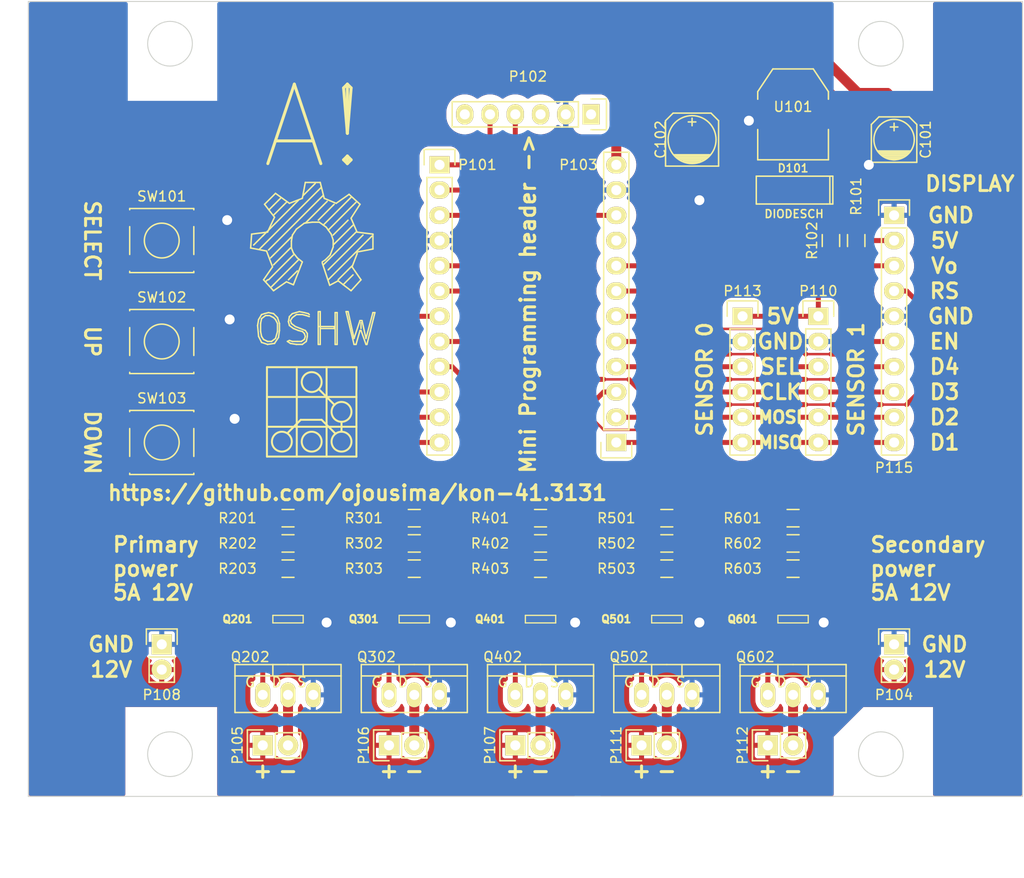
<source format=kicad_pcb>
(kicad_pcb (version 20221018) (generator pcbnew)
  (layers (0 "F.Cu" signal) (31 "B.Cu" signal) (34 "B.Paste" user) (35 "F.Paste" user) (36 "B.SilkS" user "B.Silkscreen") (37 "F.SilkS" user "F.Silkscreen") (38 "B.Mask" user) (39 "F.Mask" user) (44 "Edge.Cuts" user))
  (net 0 "")
  (net 1 "/TXO")
  (net 2 "/RXI")
  (net 3 "/PWM0/INV_PWM")
  (net 4 "/PWM1/INV_PWM")
  (net 5 "/PWM2/INV_PWM")
  (net 6 "/MOSI")
  (net 7 "/MISO")
  (net 8 "/SCLK")
  (net 9 "/SEL0")
  (net 10 "/SEL1")
  (net 11 "/SEL2")
  (net 12 "/PWM0/12V")
  (net 13 "/PWM0/Drain")
  (net 14 "/PWM1/Drain")
  (net 15 "/PWM2/Drain")
  (net 16 "/5V")
  (net 17 "Net-(Q201-Pad2)")
  (net 18 "Net-(Q201-Pad3)")
  (net 19 "Net-(Q301-Pad2)")
  (net 20 "Net-(Q301-Pad3)")
  (net 21 "Net-(Q401-Pad2)")
  (net 22 "Net-(Q401-Pad3)")
  (net 23 "/RS")
  (net 24 "/BT0")
  (net 25 "/PWM3/INV_PWM")
  (net 26 "/BT1")
  (net 27 "/BT2")
  (net 28 "Net-(P102-Pad1)")
  (net 29 "/Vcc")
  (net 30 "/DTR")
  (net 31 "/PWM4/INV_PWM")
  (net 32 "/PWM3/Drain")
  (net 33 "/PWM4/Drain")
  (net 34 "/Vo")
  (net 35 "Net-(Q501-Pad2)")
  (net 36 "Net-(Q501-Pad3)")
  (net 37 "Net-(Q601-Pad2)")
  (net 38 "Net-(Q601-Pad3)")
  (net 39 "/RESET")
  (net 40 "GND")
  (net 41 "/D4")
  (net 42 "/3V3")
  (net 43 "/PWM3/12V")
  (footprint "Pin_Headers:Pin_Header_Straight_1x06" (layer "F.Cu") (at 101.6 86.36 -90)
    (fp_text reference "P102")
    (fp_text value "CONN_01X06")
  )
  (footprint "Pin_Headers:Pin_Header_Straight_1x02" (layer "F.Cu") (at 119.38 149.86 90)
    (fp_text reference "P112")
    (fp_text value "CONN_01X02")
  )
  (footprint "Pin_Headers:Pin_Header_Straight_1x06" (layer "F.Cu") (at 116.84 106.68)
    (fp_text reference "P113")
    (fp_text value "CONN_01X06")
  )
  (footprint "Pin_Headers:Pin_Header_Straight_1x10" (layer "F.Cu") (at 132.08 96.52)
    (fp_text reference "P115")
    (fp_text value "CONN_01X10")
  )
  (footprint "smd_packages_fork:SOT23EBC" (layer "F.Cu") (at 109.22 137.16 180)
    (fp_text reference "Q501")
    (fp_text value "BC850" hide)
  )
  (footprint "Transistors_TO-220:TO-220_FET-GDS_Vertical" (layer "F.Cu") (at 109.22 144.78)
    (fp_text reference "Q502")
    (fp_text value "IRF530N")
  )
  (footprint "smd_packages_fork:SOT23EBC" (layer "F.Cu") (at 121.92 137.16 180)
    (fp_text reference "Q601")
    (fp_text value "BC850" hide)
  )
  (footprint "Resistors_SMD:R_0805_HandSoldering" (layer "F.Cu") (at 125.73 99.06 -90)
    (fp_text reference "R101")
    (fp_text value "R")
  )
  (footprint "Resistors_SMD:R_0805_HandSoldering" (layer "F.Cu") (at 128.27 99.06 90)
    (fp_text reference "R102")
    (fp_text value "R")
  )
  (footprint "Resistors_SMD:R_0805_HandSoldering" (layer "F.Cu") (at 109.22 129.54)
    (fp_text reference "R502")
    (fp_text value "1k")
  )
  (footprint "Resistors_SMD:R_0805_HandSoldering" (layer "F.Cu") (at 109.22 132.08)
    (fp_text reference "R503")
    (fp_text value "10k")
  )
  (footprint "Resistors_SMD:R_0805_HandSoldering" (layer "F.Cu") (at 121.92 127)
    (fp_text reference "R601")
    (fp_text value "10k")
  )
  (footprint "Resistors_SMD:R_0805_HandSoldering" (layer "F.Cu") (at 121.92 129.54)
    (fp_text reference "R602")
    (fp_text value "1k")
  )
  (footprint "Resistors_SMD:R_0805_HandSoldering" (layer "F.Cu") (at 121.92 132.08)
    (fp_text reference "R603")
    (fp_text value "10k")
  )
  (footprint "SMD_Switches:SW_SPST_PTS645" (layer "F.Cu") (at 58.42 99.06)
    (fp_text reference "SW101")
    (fp_text value "SPST")
  )
  (footprint "SMD_Switches:SW_SPST_PTS645" (layer "F.Cu") (at 58.42 109.22)
    (fp_text reference "SW102")
    (fp_text value "SPST")
  )
  (footprint "SMD_Switches:SW_SPST_PTS645" (layer "F.Cu") (at 58.42 119.38)
    (fp_text reference "SW103")
    (fp_text value "SPST")
  )
  (footprint "Pin_Headers:Pin_Header_Straight_1x12" (layer "F.Cu") (at 86.36 91.44)
    (fp_text reference "P101")
    (fp_text value "CONN_01X12")
  )
  (footprint "Pin_Headers:Pin_Header_Straight_1x12" (layer "F.Cu") (at 104.14 119.38 180)
    (fp_text reference "P103")
    (fp_text value "CONN_01X12")
  )
  (footprint "Pin_Headers:Pin_Header_Straight_1x02" (layer "F.Cu") (at 68.58 149.86 90)
    (fp_text reference "P105")
    (fp_text value "CONN_01X02")
  )
  (footprint "Pin_Headers:Pin_Header_Straight_1x02" (layer "F.Cu") (at 81.28 149.86 90)
    (fp_text reference "P106")
    (fp_text value "CONN_01X02")
  )
  (footprint "Pin_Headers:Pin_Header_Straight_1x02" (layer "F.Cu") (at 93.98 149.86 90)
    (fp_text reference "P107")
    (fp_text value "CONN_01X02")
  )
  (footprint "Pin_Headers:Pin_Header_Straight_1x06" (layer "F.Cu") (at 124.46 106.68)
    (fp_text reference "P110")
    (fp_text value "CONN_01X06")
  )
  (footprint "smd_packages_fork:SOT23EBC" (layer "F.Cu") (at 71.12 137.16 180)
    (fp_text reference "Q201")
    (fp_text value "BC850" hide)
  )
  (footprint "Transistors_TO-220:TO-220_FET-GDS_Vertical" (layer "F.Cu") (at 71.12 144.78)
    (fp_text reference "Q202")
    (fp_text value "IRF530N")
  )
  (footprint "smd_packages_fork:SOT23EBC" (layer "F.Cu") (at 83.82 137.16 180)
    (fp_text reference "Q301")
    (fp_text value "BC850" hide)
  )
  (footprint "smd_packages_fork:SOT23EBC" (layer "F.Cu") (at 96.52 137.16 180)
    (fp_text reference "Q401")
    (fp_text value "BC850" hide)
  )
  (footprint "Transistors_TO-220:TO-220_FET-GDS_Vertical" (layer "F.Cu") (at 96.52 144.78)
    (fp_text reference "Q402")
    (fp_text value "IRF530N")
  )
  (footprint "Resistors_SMD:R_0805_HandSoldering" (layer "F.Cu") (at 71.12 127)
    (fp_text reference "R201")
    (fp_text value "10k")
  )
  (footprint "Resistors_SMD:R_0805_HandSoldering" (layer "F.Cu") (at 71.12 129.54)
    (fp_text reference "R202")
    (fp_text value "1k")
  )
  (footprint "Resistors_SMD:R_0805_HandSoldering" (layer "F.Cu") (at 71.12 132.08)
    (fp_text reference "R203")
    (fp_text value "10k")
  )
  (footprint "Resistors_SMD:R_0805_HandSoldering" (layer "F.Cu") (at 83.82 127)
    (fp_text reference "R301")
    (fp_text value "10k")
  )
  (footprint "Resistors_SMD:R_0805_HandSoldering" (layer "F.Cu") (at 83.82 129.54)
    (fp_text reference "R302")
    (fp_text value "1k")
  )
  (footprint "Resistors_SMD:R_0805_HandSoldering" (layer "F.Cu") (at 83.82 132.08)
    (fp_text reference "R303")
    (fp_text value "10k")
  )
  (footprint "Resistors_SMD:R_0805_HandSoldering" (layer "F.Cu") (at 96.52 127)
    (fp_text reference "R401")
    (fp_text value "10k")
  )
  (footprint "Resistors_SMD:R_0805_HandSoldering" (layer "F.Cu") (at 96.52 129.54)
    (fp_text reference "R402")
    (fp_text value "1k")
  )
  (footprint "Resistors_SMD:R_0805_HandSoldering" (layer "F.Cu") (at 96.52 132.08)
    (fp_text reference "R403")
    (fp_text value "10k")
  )
  (footprint "Pin_Headers:Pin_Header_Straight_1x02" (layer "F.Cu") (at 58.42 139.7)
    (fp_text reference "P108")
    (fp_text value "CONN_01X02")
  )
  (footprint "Pin_Headers:Pin_Header_Straight_1x02" (layer "F.Cu") (at 106.68 149.86 90)
    (fp_text reference "P111")
    (fp_text value "CONN_01X02")
  )
  (footprint "Resistors_SMD:R_0805_HandSoldering" (layer "F.Cu") (at 109.22 127)
    (fp_text reference "R501")
    (fp_text value "10k")
  )
  (footprint "Transistors_TO-220:TO-220_FET-GDS_Vertical" (layer "F.Cu") (at 121.92 144.78)
    (fp_text reference "Q602")
    (fp_text value "IRF530N")
  )
  (footprint "Transistors_TO-220:TO-220_FET-GDS_Vertical" (layer "F.Cu") (at 83.82 144.78)
    (fp_text reference "Q302")
    (fp_text value "IRF530N")
  )
  (footprint "SMD_Capacitors:c_elec_4x5.3" (layer "F.Cu") (at 132.08 88.9 90)
    (fp_text reference "C101")
    (fp_text value "10u")
  )
  (footprint "Pin_Headers:Pin_Header_Straight_1x02" (layer "F.Cu") (at 132.08 139.7)
    (fp_text reference "P104")
    (fp_text value "CONN_01X02")
  )
  (footprint "SMD_Packages:SOT-223" (layer "F.Cu") (at 121.92 86.36)
    (fp_text reference "U101")
    (fp_text value "LD1117S50TR")
  )
  (footprint "smd_diodes:SMA_WAVE" (layer "F.Cu") (at 121.92 93.98)
    (fp_text reference "D101")
    (fp_text value "DIODESCH")
  )
  (footprint "Symbols:Symbol_OSHW-Logo_SilkScreen_BIG" (layer "F.Cu") (at 73.66 80.01)
    (fp_text reference "LOGO101" hide)
    (fp_text value "OPEN_HARDWARE_2")
  )
  (footprint "SMD_Capacitors:c_elec_5x5.8" (layer "F.Cu") (at 111.76 88.9 90)
    (fp_text reference "C102")
    (fp_text value "100u")
  )
  (gr_line (start 78 111.8) (end 78 120.8) (stroke (width 0.2)) (layer "F.SilkS"))
  (gr_circle (center 76.5 116.3) (end 77.5 116.3) (stroke (width 0.2)) (fill none) (layer "F.SilkS"))
  (gr_circle (center 70.5 119.3) (end 71.5 119.3) (stroke (width 0.2)) (fill none) (layer "F.SilkS"))
  (gr_line (start 78 120.8) (end 69 120.8) (stroke (width 0.2)) (layer "F.SilkS"))
  (gr_line (start 76.5 118.3) (end 76.5 117.3) (stroke (width 0.2)) (layer "F.SilkS"))
  (gr_line (start 69 120.8) (end 69 111.8) (stroke (width 0.2)) (layer "F.SilkS"))
  (gr_line (start 69 111.8) (end 78 111.8) (stroke (width 0.2)) (layer "F.SilkS"))
  (gr_line (start 69 117.8) (end 78 117.8) (stroke (width 0.2)) (layer "F.SilkS"))
  (gr_circle (center 73.5 113.3) (end 74.5 113.3) (stroke (width 0.2)) (fill none) (layer "F.SilkS"))
  (gr_circle (center 73.5 119.3) (end 74.5 119.3) (stroke (width 0.2)) (fill none) (layer "F.SilkS"))
  (gr_line (start 72.4 117.1) (end 74.5 117.1) (stroke (width 0.2)) (layer "F.SilkS"))
  (gr_line (start 74.2 114) (end 75.8 115.6) (stroke (width 0.2)) (layer "F.SilkS"))
  (gr_line (start 69 114.8) (end 78 114.8) (stroke (width 0.2)) (layer "F.SilkS"))
  (gr_line (start 74.5 117.1) (end 75.9 118.5) (stroke (width 0.2)) (layer "F.SilkS"))
  (gr_circle (center 76.5 119.3) (end 77.5 119.3) (stroke (width 0.2)) (fill none) (layer "F.SilkS"))
  (gr_line (start 71.1 118.4) (end 72.4 117.1) (stroke (width 0.2)) (layer "F.SilkS"))
  (gr_line (start 75 111.8) (end 75 120.8) (stroke (width 0.2)) (layer "F.SilkS"))
  (gr_line (start 72 111.8) (end 72 120.8) (stroke (width 0.2)) (layer "F.SilkS"))
  (gr_line (start 50 75) (end 45 75) (stroke (width 0.1)) (layer "Edge.Cuts"))
  (gr_circle (center 59.25 79.25) (end 61.5 79.25) (stroke (width 0.1)) (fill none) (layer "Edge.Cuts"))
  (gr_line (start 45 75) (end 45 155) (stroke (width 0.1)) (layer "Edge.Cuts"))
  (gr_line (start 45 155) (end 145 155) (stroke (width 0.1)) (layer "Edge.Cuts"))
  (gr_line (start 145 155) (end 145 75) (stroke (width 0.1)) (layer "Edge.Cuts"))
  (gr_circle (center 130.75 150.75) (end 133 150.75) (stroke (width 0.1)) (fill none) (layer "Edge.Cuts"))
  (gr_circle (center 59.25 150.75) (end 61.5 150.75) (stroke (width 0.1)) (fill none) (layer "Edge.Cuts"))
  (gr_line (start 145 75) (end 50 75) (stroke (width 0.1)) (layer "Edge.Cuts"))
  (gr_circle (center 130.75 79.25) (end 128.5 79.25) (stroke (width 0.1)) (fill none) (layer "Edge.Cuts"))
  (gr_text "-" (at 109.22 152.4) (layer "F.SilkS") (effects (font (size 1.5 1.5) (thickness 0.3))))
  (gr_text "+" (at 106.68 152.4) (layer "F.SilkS") (effects (font (size 1.5 1.5) (thickness 0.3))))
  (gr_text "+" (at 81.28 152.4) (layer "F.SilkS") (effects (font (size 1.5 1.5) (thickness 0.3))))
  (gr_text "-" (at 83.82 152.4) (layer "F.SilkS") (effects (font (size 1.5 1.5) (thickness 0.3))))
  (gr_text "-" (at 96.52 152.4) (layer "F.SilkS") (effects (font (size 1.5 1.5) (thickness 0.3))))
  (gr_text "+" (at 93.98 152.4) (layer "F.SilkS") (effects (font (size 1.5 1.5) (thickness 0.3))))
  (gr_text "-" (at 71.12 152.4) (layer "F.SilkS") (effects (font (size 1.5 1.5) (thickness 0.3))))
  (gr_text "+" (at 68.58 152.4) (layer "F.SilkS") (effects (font (size 1.5 1.5) (thickness 0.3))))
  (gr_text "SENSOR 1" (at 128.27 113.03 90) (layer "F.SilkS") (effects (font (size 1.5 1.5) (thickness 0.3))))
  (gr_text "Mini Programming header ->" (at 95.25 105.41 90) (layer "F.SilkS") (effects (font (size 1.5 1.5) (thickness 0.3))))
  (gr_text "GND" (at 137.16 139.7) (layer "F.SilkS") (effects (font (size 1.5 1.5) (thickness 0.3))))
  (gr_text "DISPLAY" (at 139.7 93.345) (layer "F.SilkS") (effects (font (size 1.5 1.5) (thickness 0.3))))
  (gr_text "12V" (at 137.16 142.24) (layer "F.SilkS") (effects (font (size 1.5 1.5) (thickness 0.3))))
  (gr_text "MISO" (at 120.65 119.38) (layer "F.SilkS") (effects (font (size 1.2 1.2) (thickness 0.3))))
  (gr_text "D4" (at 137.16 111.76) (layer "F.SilkS") (effects (font (size 1.5 1.5) (thickness 0.3))))
  (gr_text "D3" (at 137.16 114.3) (layer "F.SilkS") (effects (font (size 1.5 1.5) (thickness 0.3))))
  (gr_text "GND" (at 120.65 109.22) (layer "F.SilkS") (effects (font (size 1.5 1.5) (thickness 0.3))))
  (gr_text "SENSOR 0" (at 113.03 113.03 90) (layer "F.SilkS") (effects (font (size 1.5 1.5) (thickness 0.3))))
  (gr_text "GND" (at 137.795 106.68) (layer "F.SilkS") (effects (font (size 1.5 1.5) (thickness 0.3))))
  (gr_text "5V" (at 137.16 99.06) (layer "F.SilkS") (effects (font (size 1.5 1.5) (thickness 0.3))))
  (gr_text "D1" (at 137.16 119.38) (layer "F.SilkS") (effects (font (size 1.5 1.5) (thickness 0.3))))
  (gr_text "SEL" (at 120.65 111.76) (layer "F.SilkS") (effects (font (size 1.5 1.5) (thickness 0.3))))
  (gr_text "GND" (at 53.34 139.7) (layer "F.SilkS") (effects (font (size 1.5 1.5) (thickness 0.3))))
  (gr_text "GND" (at 137.795 96.52) (layer "F.SilkS") (effects (font (size 1.5 1.5) (thickness 0.3))))
  (gr_text "https://github.com/ojousima/kon-41.3131" (at 78.105 124.46) (layer "F.SilkS") (effects (font (size 1.5 1.5) (thickness 0.3))))
  (gr_text "RS" (at 137.16 104.14) (layer "F.SilkS") (effects (font (size 1.5 1.5) (thickness 0.3))))
  (gr_text "EN" (at 137.16 109.22) (layer "F.SilkS") (effects (font (size 1.5 1.5) (thickness 0.3))))
  (gr_text "12V" (at 53.34 142.24) (layer "F.SilkS") (effects (font (size 1.5 1.5) (thickness 0.3))))
  (gr_text "A!" (at 73.66 87.63) (layer "F.SilkS") (effects (font (size 8 8) (thickness 0.3))))
  (gr_text "D2" (at 137.16 116.84) (layer "F.SilkS") (effects (font (size 1.5 1.5) (thickness 0.3))))
  (gr_text "SELECT" (at 51.435 99.06 270) (layer "F.SilkS") (effects (font (size 1.5 1.5) (thickness 0.3))))
  (gr_text "Vo" (at 137.16 101.6) (layer "F.SilkS") (effects (font (size 1.5 1.5) (thickness 0.3))))
  (gr_text "-" (at 121.92 152.4) (layer "F.SilkS") (effects (font (size 1.5 1.5) (thickness 0.3))))
  (gr_text "5V" (at 120.65 106.68) (layer "F.SilkS") (effects (font (size 1.5 1.5) (thickness 0.3))))
  (gr_text "UP" (at 51.435 109.22 270) (layer "F.SilkS") (effects (font (size 1.5 1.5) (thickness 0.3))))
  (gr_text "DOWN" (at 51.435 119.38 270) (layer "F.SilkS") (effects (font (size 1.5 1.5) (thickness 0.3))))
  (gr_text "Secondary \npower\n5A 12V" (at 129.54 132.08) (layer "F.SilkS") (effects (font (size 1.5 1.5) (thickness 0.3)) (justify left)))
  (gr_text "CLK" (at 120.65 114.3) (layer "F.SilkS") (effects (font (size 1.5 1.5) (thickness 0.3))))
  (gr_text "Primary \npower \n5A 12V" (at 53.34 132.08) (layer "F.SilkS") (effects (font (size 1.5 1.5) (thickness 0.3)) (justify left)))
  (gr_text "+" (at 119.38 152.4) (layer "F.SilkS") (effects (font (size 1.5 1.5) (thickness 0.3))))
  (gr_text "MOSI" (at 120.65 116.84) (layer "F.SilkS") (effects (font (size 1.2 1.2) (thickness 0.3))))
  (segment (start 89.81 91.44) (end 91.44 89.81) (width 0.5) (layer "F.Cu") (net 1))
  (segment (start 91.44 89.81) (end 91.44 86.36) (width 0.5) (layer "F.Cu") (net 1))
  (segment (start 86.36 91.44) (end 89.81 91.44) (width 0.5) (layer "F.Cu") (net 1))
  (segment (start 90.52 93.98) (end 93.98 90.52) (width 0.5) (layer "F.Cu") (net 2))
  (segment (start 93.98 90.52) (end 93.98 86.36) (width 0.5) (layer "F.Cu") (net 2))
  (segment (start 86.36 93.98) (end 90.52 93.98) (width 0.5) (layer "F.Cu") (net 2))
  (segment (start 74.93 127) (end 82.55 119.38) (width 0.5) (layer "F.Cu") (net 3))
  (segment (start 82.55 119.38) (end 86.36 119.38) (width 0.5) (layer "F.Cu") (net 3))
  (segment (start 72.47 127) (end 72.47 129.54) (width 0.25) (layer "F.Cu") (net 3))
  (segment (start 72.47 127) (end 74.93 127) (width 0.5) (layer "F.Cu") (net 3))
  (segment (start 85.17 127) (end 85.17 129.54) (width 0.25) (layer "F.Cu") (net 4))
  (segment (start 87.63 111.76) (end 88.9 113.03) (width 0.5) (layer "F.Cu") (net 4))
  (segment (start 88.9 113.03) (end 88.9 125.73) (width 0.5) (layer "F.Cu") (net 4))
  (segment (start 88.9 125.73) (end 87.63 127) (width 0.5) (layer "F.Cu") (net 4))
  (segment (start 87.63 127) (end 85.17 127) (width 0.5) (layer "F.Cu") (net 4))
  (segment (start 86.36 111.76) (end 87.63 111.76) (width 0.5) (layer "F.Cu") (net 4))
  (segment (start 97.87 127) (end 97.87 129.54) (width 0.25) (layer "F.Cu") (net 5))
  (segment (start 90.17 109.22) (end 97.87 116.92) (width 0.5) (layer "F.Cu") (net 5))
  (segment (start 97.87 116.92) (end 97.87 127) (width 0.5) (layer "F.Cu") (net 5))
  (segment (start 86.36 109.22) (end 90.17 109.22) (width 0.5) (layer "F.Cu") (net 5))
  (segment (start 124.46 116.84) (end 132.08 116.84) (width 0.5) (layer "F.Cu") (net 6))
  (segment (start 116.84 116.84) (end 124.46 116.84) (width 0.5) (layer "F.Cu") (net 6))
  (segment (start 104.14 116.84) (end 116.84 116.84) (width 0.5) (layer "F.Cu") (net 6))
  (segment (start 102.87 114.3) (end 101.6 115.57) (width 0.5) (layer "F.Cu") (net 7))
  (segment (start 101.6 115.57) (end 101.6 116.84) (width 0.5) (layer "F.Cu") (net 7))
  (segment (start 102.87 118.11) (end 106.68 118.11) (width 0.25) (layer "F.Cu") (net 7))
  (segment (start 111.76 118.11) (end 113.03 119.38) (width 0.5) (layer "F.Cu") (net 7))
  (segment (start 113.03 119.38) (end 116.84 119.38) (width 0.5) (layer "F.Cu") (net 7))
  (segment (start 116.84 119.38) (end 124.46 119.38) (width 0.5) (layer "F.Cu") (net 7))
  (segment (start 124.46 119.38) (end 132.08 119.38) (width 0.5) (layer "F.Cu") (net 7))
  (segment (start 101.6 116.84) (end 102.87 118.11) (width 0.25) (layer "F.Cu") (net 7))
  (segment (start 106.68 118.11) (end 111.76 118.11) (width 0.5) (layer "F.Cu") (net 7))
  (segment (start 104.14 114.3) (end 102.87 114.3) (width 0.5) (layer "F.Cu") (net 7))
  (segment (start 107.95 111.76) (end 110.49 114.3) (width 0.5) (layer "F.Cu") (net 8))
  (segment (start 110.49 114.3) (end 116.84 114.3) (width 0.5) (layer "F.Cu") (net 8))
  (segment (start 124.46 114.3) (end 132.08 114.3) (width 0.5) (layer "F.Cu") (net 8))
  (segment (start 104.14 111.76) (end 107.95 111.76) (width 0.5) (layer "F.Cu") (net 8))
  (segment (start 116.84 114.3) (end 124.46 114.3) (width 0.5) (layer "F.Cu") (net 8))
  (segment (start 107.95 106.68) (end 113.03 111.76) (width 0.5) (layer "F.Cu") (net 9))
  (segment (start 113.03 111.76) (end 116.84 111.76) (width 0.5) (layer "F.Cu") (net 9))
  (segment (start 104.14 106.68) (end 107.95 106.68) (width 0.5) (layer "F.Cu") (net 9))
  (segment (start 107.95 104.14) (end 114.3 110.49) (width 0.5) (layer "F.Cu") (net 10))
  (segment (start 120.65 110.49) (end 121.92 111.76) (width 0.5) (layer "F.Cu") (net 10))
  (segment (start 121.92 111.76) (end 124.46 111.76) (width 0.5) (layer "F.Cu") (net 10))
  (segment (start 118.11 110.49) (end 120.65 110.49) (width 0.5) (layer "F.Cu") (net 10))
  (segment (start 104.14 104.14) (end 107.95 104.14) (width 0.5) (layer "F.Cu") (net 10))
  (segment (start 118.11 110.49) (end 115.57 110.49) (width 0.25) (layer "F.Cu") (net 10))
  (segment (start 115.57 110.49) (end 114.3 110.49) (width 0.5) (layer "F.Cu") (net 10))
  (segment (start 107.95 101.6) (end 114.3 107.95) (width 0.5) (layer "F.Cu") (net 11))
  (segment (start 120.65 107.95) (end 123.19 110.49) (width 0.5) (layer "F.Cu") (net 11))
  (segment (start 127 110.49) (end 128.27 109.22) (width 0.5) (layer "F.Cu") (net 11))
  (segment (start 128.27 109.22) (end 132.08 109.22) (width 0.5) (layer "F.Cu") (net 11))
  (segment (start 125.73 110.49) (end 123.19 110.49) (width 0.25) (layer "F.Cu") (net 11))
  (segment (start 119.38 107.95) (end 114.3 107.95) (width 0.25) (layer "F.Cu") (net 11))
  (segment (start 104.14 101.6) (end 107.95 101.6) (width 0.5) (layer "F.Cu") (net 11))
  (segment (start 119.38 107.95) (end 120.65 107.95) (width 0.5) (layer "F.Cu") (net 11))
  (segment (start 125.73 110.49) (end 127 110.49) (width 0.5) (layer "F.Cu") (net 11))
  (segment (start 51.14 142.24) (end 49.5 140.6) (width 1) (layer "F.Cu") (net 12))
  (segment (start 49.5 140.6) (end 49.5 92.4) (width 1) (layer "F.Cu") (net 12))
  (segment (start 49.5 92.4) (end 54.9 87) (width 1) (layer "F.Cu") (net 12))
  (segment (start 54.9 87) (end 66.5 87) (width 1) (layer "F.Cu") (net 12))
  (segment (start 66.5 87) (end 74.2 79.3) (width 1) (layer "F.Cu") (net 12))
  (segment (start 129.2 84.2) (end 131.4 84.2) (width 1) (layer "F.Cu") (net 12))
  (segment (start 131.4 84.2) (end 132.08 84.88) (width 1) (layer "F.Cu") (net 12))
  (segment (start 132.08 87.09914) (end 132.08 84.88) (width 1) (layer "F.Cu") (net 12))
  (segment (start 128.45 84.2) (end 123.55 79.3) (width 1) (layer "F.Cu") (net 12))
  (segment (start 123.55 79.3) (end 123.5 79.25) (width 1) (layer "F.Cu") (net 12))
  (segment (start 123.5 79.25) (end 123.5 79.3) (width 1) (layer "F.Cu") (net 12))
  (segment (start 74.25 79.25) (end 74.2 79.3) (width 1) (layer "F.Cu") (net 12))
  (segment (start 128.90086 87.09914) (end 127.5 88.5) (width 1) (layer "F.Cu") (net 12))
  (segment (start 127.5 88.5) (end 127.5 93.5) (width 1) (layer "F.Cu") (net 12))
  (segment (start 127.5 93.5) (end 127.02 93.98) (width 1) (layer "F.Cu") (net 12))
  (segment (start 127.02 93.98) (end 123.92 93.98) (width 1) (layer "F.Cu") (net 12))
  (segment (start 123.92 89.948) (end 124.206 89.662) (width 1) (layer "F.Cu") (net 12))
  (segment (start 51.14 142.24) (end 58.42 142.24) (width 1) (layer "F.Cu") (net 12))
  (segment (start 123.92 93.98) (end 123.92 89.948) (width 1) (layer "F.Cu") (net 12))
  (segment (start 132.08 87.09914) (end 128.90086 87.09914) (width 1) (layer "F.Cu") (net 12))
  (segment (start 123.5 79.25) (end 74.25 79.25) (width 1) (layer "F.Cu") (net 12))
  (segment (start 129.2 84.2) (end 128.45 84.2) (width 1) (layer "F.Cu") (net 12))
  (segment (start 71.12 144.78) (end 71.12 149.86) (width 1) (layer "F.Cu") (net 13))
  (segment (start 83.82 144.78) (end 83.82 149.86) (width 1) (layer "F.Cu") (net 14))
  (segment (start 96.52 144.78) (end 96.52 149.86) (width 1) (layer "F.Cu") (net 15))
  (segment (start 114.59914 87.09914) (end 116 88.5) (width 1) (layer "F.Cu") (net 16))
  (segment (start 116 88.5) (end 116 93.25) (width 1) (layer "F.Cu") (net 16))
  (segment (start 116 93.25) (end 116.73 93.98) (width 1) (layer "F.Cu") (net 16))
  (segment (start 116.73 93.98) (end 119.92 93.98) (width 1) (layer "F.Cu") (net 16))
  (segment (start 121.92 90.33) (end 120.5 91.75) (width 1) (layer "F.Cu") (net 16))
  (segment (start 120.5 91.75) (end 120.5 93.4) (width 1) (layer "F.Cu") (net 16))
  (segment (start 120.5 93.4) (end 119.92 93.98) (width 1) (layer "F.Cu") (net 16))
  (segment (start 105.90086 87.09914) (end 104.14 88.86) (width 1) (layer "F.Cu") (net 16))
  (segment (start 104.14 88.86) (end 104.14 91.44) (width 1) (layer "F.Cu") (net 16))
  (segment (start 124.46 100.29) (end 124.46 100.3) (width 0.5) (layer "F.Cu") (net 16))
  (segment (start 119.92 102.17) (end 121.5 103.75) (width 0.5) (layer "F.Cu") (net 16))
  (segment (start 121.5 103.75) (end 124.46 103.75) (width 0.5) (layer "F.Cu") (net 16))
  (segment (start 124.46 103.75) (end 124.46 106.68) (width 0.5) (layer "F.Cu") (net 16))
  (segment (start 124.46 100.3) (end 124.46 103.75) (width 0.5) (layer "F.Cu") (net 16))
  (segment (start 124.46 98.04) (end 124.79 97.71) (width 0.5) (layer "F.Cu") (net 16))
  (segment (start 124.79 97.71) (end 125.73 97.71) (width 0.5) (layer "F.Cu") (net 16))
  (segment (start 125.8 99.06) (end 125.69 99.06) (width 0.5) (layer "F.Cu") (net 16))
  (segment (start 124.46 99.06) (end 124.4 99) (width 0.5) (layer "F.Cu") (net 16))
  (segment (start 124.4 99) (end 124.46 99) (width 0.5) (layer "F.Cu") (net 16))
  (segment (start 124.46 99) (end 124.46 98.04) (width 0.5) (layer "F.Cu") (net 16))
  (segment (start 124.46 100.3) (end 124.46 99) (width 0.5) (layer "F.Cu") (net 16))
  (segment (start 116.84 106.68) (end 124.46 106.68) (width 0.5) (layer "F.Cu") (net 16))
  (segment (start 125.8 99.06) (end 124.46 99.06) (width 0.5) (layer "F.Cu") (net 16))
  (segment (start 111.76 87.09914) (end 105.90086 87.09914) (width 1) (layer "F.Cu") (net 16))
  (segment (start 111.76 87.09914) (end 114.59914 87.09914) (width 1) (layer "F.Cu") (net 16))
  (segment (start 121.92 89.662) (end 121.92 90.33) (width 1) (layer "F.Cu") (net 16))
  (segment (start 132.08 99.06) (end 125.8 99.06) (width 0.5) (layer "F.Cu") (net 16))
  (segment (start 119.92 93.98) (end 119.92 102.17) (width 0.5) (layer "F.Cu") (net 16))
  (segment (start 69.176 138.176) (end 68.8 137.8) (width 0.5) (layer "F.Cu") (net 17))
  (segment (start 68.8 137.8) (end 68.8 135.5) (width 0.5) (layer "F.Cu") (net 17))
  (segment (start 68.8 135.5) (end 71.2 133.1) (width 0.5) (layer "F.Cu") (net 17))
  (segment (start 71.2 133.1) (end 71.2 129.8) (width 0.5) (layer "F.Cu") (net 17))
  (segment (start 71.2 129.8) (end 70.94 129.54) (width 0.5) (layer "F.Cu") (net 17))
  (segment (start 70.94 129.54) (end 69.77 129.54) (width 0.5) (layer "F.Cu") (net 17))
  (segment (start 70.231 138.176) (end 69.176 138.176) (width 0.5) (layer "F.Cu") (net 17))
  (segment (start 72.47 133.23) (end 71.12 134.58) (width 0.5) (layer "F.Cu") (net 18))
  (segment (start 71.12 134.58) (end 71.12 136.144) (width 0.5) (layer "F.Cu") (net 18))
  (segment (start 72.856 136.144) (end 74 135) (width 0.5) (layer "F.Cu") (net 18))
  (segment (start 74 135) (end 75.4 135) (width 0.5) (layer "F.Cu") (net 18))
  (segment (start 75.4 135) (end 77 136.6) (width 0.5) (layer "F.Cu") (net 18))
  (segment (start 77 136.6) (end 77 138.8) (width 0.5) (layer "F.Cu") (net 18))
  (segment (start 77 138.8) (end 75.4 140.4) (width 0.5) (layer "F.Cu") (net 18))
  (segment (start 75.4 140.4) (end 70.1 140.4) (width 0.5) (layer "F.Cu") (net 18))
  (segment (start 70.1 140.4) (end 68.58 141.92) (width 0.5) (layer "F.Cu") (net 18))
  (segment (start 68.58 141.92) (end 68.58 144.78) (width 0.5) (layer "F.Cu") (net 18))
  (segment (start 72.47 132.08) (end 72.47 133.23) (width 0.5) (layer "F.Cu") (net 18))
  (segment (start 71.12 136.144) (end 72.856 136.144) (width 0.5) (layer "F.Cu") (net 18))
  (segment (start 82.931 138.176) (end 81.876 138.176) (width 0.5) (layer "F.Cu") (net 19))
  (segment (start 83.64 129.54) (end 82.47 129.54) (width 0.5) (layer "F.Cu") (net 19))
  (segment (start 83.9 129.8) (end 83.64 129.54) (width 0.5) (layer "F.Cu") (net 19))
  (segment (start 83.9 133.1) (end 83.9 129.8) (width 0.5) (layer "F.Cu") (net 19))
  (segment (start 81.5 135.5) (end 83.9 133.1) (width 0.5) (layer "F.Cu") (net 19))
  (segment (start 81.5 137.8) (end 81.5 135.5) (width 0.5) (layer "F.Cu") (net 19))
  (segment (start 81.876 138.176) (end 81.5 137.8) (width 0.5) (layer "F.Cu") (net 19))
  (segment (start 85.17 132.08) (end 85.17 133.23) (width 0.5) (layer "F.Cu") (net 20))
  (segment (start 83.82 134.58) (end 83.82 136.144) (width 0.5) (layer "F.Cu") (net 20))
  (segment (start 85.17 133.23) (end 83.82 134.58) (width 0.5) (layer "F.Cu") (net 20))
  (segment (start 85.456 136.144) (end 86.1 135.5) (width 0.5) (layer "F.Cu") (net 20))
  (segment (start 86.1 135.5) (end 88.5 135.5) (width 0.5) (layer "F.Cu") (net 20))
  (segment (start 88.5 135.5) (end 89.4 136.4) (width 0.5) (layer "F.Cu") (net 20))
  (segment (start 89.4 136.4) (end 89.4 138.4) (width 0.5) (layer "F.Cu") (net 20))
  (segment (start 89.4 138.4) (end 87.5 140.3) (width 0.5) (layer "F.Cu") (net 20))
  (segment (start 87.5 140.3) (end 82.9 140.3) (width 0.5) (layer "F.Cu") (net 20))
  (segment (start 82.9 140.3) (end 81.28 141.92) (width 0.5) (layer "F.Cu") (net 20))
  (segment (start 81.28 141.92) (end 81.28 144.78) (width 0.5) (layer "F.Cu") (net 20))
  (segment (start 83.82 136.144) (end 85.456 136.144) (width 0.5) (layer "F.Cu") (net 20))
  (segment (start 94.576 138.176) (end 94.2 137.8) (width 0.5) (layer "F.Cu") (net 21))
  (segment (start 94.2 137.8) (end 94.2 135.5) (width 0.5) (layer "F.Cu") (net 21))
  (segment (start 94.2 135.5) (end 96.6 133.1) (width 0.5) (layer "F.Cu") (net 21))
  (segment (start 96.6 133.1) (end 96.6 129.8) (width 0.5) (layer "F.Cu") (net 21))
  (segment (start 96.6 129.8) (end 96.34 129.54) (width 0.5) (layer "F.Cu") (net 21))
  (segment (start 96.34 129.54) (end 95.17 129.54) (width 0.5) (layer "F.Cu") (net 21))
  (segment (start 95.631 138.176) (end 94.576 138.176) (width 0.5) (layer "F.Cu") (net 21))
  (segment (start 97.87 133.23) (end 96.52 134.58) (width 0.5) (layer "F.Cu") (net 22))
  (segment (start 96.52 134.58) (end 96.52 136.144) (width 0.5) (layer "F.Cu") (net 22))
  (segment (start 97.87 132.08) (end 97.87 133.23) (width 0.5) (layer "F.Cu") (net 22))
  (segment (start 98.106 136.144) (end 99 135.25) (width 0.5) (layer "F.Cu") (net 22))
  (segment (start 99 135.25) (end 100.75 135.25) (width 0.5) (layer "F.Cu") (net 22))
  (segment (start 100.75 135.25) (end 101.75 136.25) (width 0.5) (layer "F.Cu") (net 22))
  (segment (start 101.75 136.25) (end 101.75 139) (width 0.5) (layer "F.Cu") (net 22))
  (segment (start 101.75 139) (end 99.75 141) (width 0.5) (layer "F.Cu") (net 22))
  (segment (start 99.75 141) (end 95.25 141) (width 0.5) (layer "F.Cu") (net 22))
  (segment (start 95.25 141) (end 93.98 142.27) (width 0.5) (layer "F.Cu") (net 22))
  (segment (start 93.98 142.27) (end 93.98 144.78) (width 0.5) (layer "F.Cu") (net 22))
  (segment (start 96.52 136.144) (end 98.106 136.144) (width 0.5) (layer "F.Cu") (net 22))
  (segment (start 90.17 101.6) (end 101.6 113.03) (width 0.5) (layer "F.Cu") (net 23))
  (segment (start 101.6 113.03) (end 102.87 113.03) (width 0.5) (layer "F.Cu") (net 23))
  (segment (start 107.95 115.57) (end 115.57 115.57) (width 0.5) (layer "F.Cu") (net 23))
  (segment (start 134.62 114.3) (end 134.62 105.41) (width 0.5) (layer "F.Cu") (net 23))
  (segment (start 134.62 105.41) (end 133.35 104.14) (width 0.5) (layer "F.Cu") (net 23))
  (segment (start 133.35 104.14) (end 132.08 104.14) (width 0.5) (layer "F.Cu") (net 23))
  (segment (start 130.81 115.57) (end 125.73 115.57) (width 0.5) (layer "F.Cu") (net 23))
  (segment (start 118.11 115.57) (end 115.57 115.57) (width 0.25) (layer "F.Cu") (net 23))
  (segment (start 133.35 115.57) (end 130.81 115.57) (width 0.25) (layer "F.Cu") (net 23))
  (segment (start 105.41 113.03) (end 107.95 115.57) (width 0.5) (layer "F.Cu") (net 23))
  (segment (start 105.41 113.03) (end 102.87 113.03) (width 0.25) (layer "F.Cu") (net 23))
  (segment (start 123.19 115.57) (end 118.11 115.57) (width 0.5) (layer "F.Cu") (net 23))
  (segment (start 133.35 115.57) (end 134.62 114.3) (width 0.5) (layer "F.Cu") (net 23))
  (segment (start 125.73 115.57) (end 123.19 115.57) (width 0.25) (layer "F.Cu") (net 23))
  (segment (start 86.36 101.6) (end 90.17 101.6) (width 0.5) (layer "F.Cu") (net 23))
  (segment (start 73.66 106.68) (end 68.29 101.31) (width 0.5) (layer "F.Cu") (net 24))
  (segment (start 68.29 101.31) (end 62.395 101.31) (width 0.5) (layer "F.Cu") (net 24))
  (segment (start 62.395 101.31) (end 54.445 101.31) (width 0.5) (layer "F.Cu") (net 24))
  (segment (start 86.36 106.68) (end 73.66 106.68) (width 0.5) (layer "F.Cu") (net 24))
  (segment (start 110.57 127) (end 110.57 129.54) (width 0.25) (layer "F.Cu") (net 25))
  (segment (start 88.9 104.14) (end 100.33 115.57) (width 0.5) (layer "F.Cu") (net 25))
  (segment (start 100.33 115.57) (end 100.33 121.92) (width 0.5) (layer "F.Cu") (net 25))
  (segment (start 100.33 121.92) (end 101.6 123.19) (width 0.5) (layer "F.Cu") (net 25))
  (segment (start 101.6 123.19) (end 109.22 123.19) (width 0.5) (layer "F.Cu") (net 25))
  (segment (start 109.22 123.19) (end 110.57 124.54) (width 0.5) (layer "F.Cu") (net 25))
  (segment (start 110.57 124.54) (end 110.57 127) (width 0.5) (layer "F.Cu") (net 25))
  (segment (start 86.36 104.14) (end 88.9 104.14) (width 0.5) (layer "F.Cu") (net 25))
  (segment (start 77.47 114.3) (end 74.93 111.76) (width 0.5) (layer "F.Cu") (net 26))
  (segment (start 74.93 111.76) (end 62.23 111.76) (width 0.5) (layer "F.Cu") (net 26))
  (segment (start 62.23 111.76) (end 62.395 111.47) (width 0.5) (layer "F.Cu") (net 26))
  (segment (start 54.445 111.47) (end 62.395 111.47) (width 0.5) (layer "F.Cu") (net 26))
  (segment (start 86.36 114.3) (end 77.47 114.3) (width 0.5) (layer "F.Cu") (net 26))
  (segment (start 76.49 121.63) (end 81.28 116.84) (width 0.5) (layer "F.Cu") (net 27))
  (segment (start 81.28 116.84) (end 86.36 116.84) (width 0.5) (layer "F.Cu") (net 27))
  (segment (start 62.395 121.63) (end 76.49 121.63) (width 0.5) (layer "F.Cu") (net 27))
  (segment (start 54.445 121.63) (end 62.395 121.63) (width 0.5) (layer "F.Cu") (net 27))
  (segment (start 123.27 127) (end 123.27 129.54) (width 0.25) (layer "F.Cu") (net 31))
  (segment (start 110.49 119.38) (end 114.3 123.19) (width 0.5) (layer "F.Cu") (net 31))
  (segment (start 114.3 123.19) (end 121.92 123.19) (width 0.5) (layer "F.Cu") (net 31))
  (segment (start 121.92 123.19) (end 123.27 124.54) (width 0.5) (layer "F.Cu") (net 31))
  (segment (start 123.27 124.54) (end 123.27 127) (width 0.5) (layer "F.Cu") (net 31))
  (segment (start 104.14 119.38) (end 110.49 119.38) (width 0.5) (layer "F.Cu") (net 31))
  (segment (start 109.22 144.78) (end 109.22 149.86) (width 1) (layer "F.Cu") (net 32))
  (segment (start 121.92 144.78) (end 121.92 149.86) (width 1) (layer "F.Cu") (net 33))
  (segment (start 128.35 100.41) (end 129.54 101.6) (width 0.5) (layer "F.Cu") (net 34))
  (segment (start 129.54 101.6) (end 132.08 101.6) (width 0.5) (layer "F.Cu") (net 34))
  (segment (start 127 100.41) (end 128.35 100.41) (width 0.5) (layer "F.Cu") (net 34))
  (segment (start 125.73 100.41) (end 128.27 100.41) (width 0.5) (layer "F.Cu") (net 34))
  (segment (start 107.276 138.176) (end 106.9 137.8) (width 0.5) (layer "F.Cu") (net 35))
  (segment (start 106.9 137.8) (end 106.9 135.5) (width 0.5) (layer "F.Cu") (net 35))
  (segment (start 106.9 135.5) (end 109.3 133.1) (width 0.5) (layer "F.Cu") (net 35))
  (segment (start 109.3 133.1) (end 109.3 129.8) (width 0.5) (layer "F.Cu") (net 35))
  (segment (start 109.3 129.8) (end 109.04 129.54) (width 0.5) (layer "F.Cu") (net 35))
  (segment (start 109.04 129.54) (end 107.87 129.54) (width 0.5) (layer "F.Cu") (net 35))
  (segment (start 108.331 138.176) (end 107.276 138.176) (width 0.5) (layer "F.Cu") (net 35))
  (segment (start 110.57 133.23) (end 109.22 134.58) (width 0.5) (layer "F.Cu") (net 36))
  (segment (start 109.22 134.58) (end 109.22 136.144) (width 0.5) (layer "F.Cu") (net 36))
  (segment (start 110.57 132.08) (end 110.57 133.23) (width 0.5) (layer "F.Cu") (net 36))
  (segment (start 110.856 136.144) (end 111.5 135.5) (width 0.5) (layer "F.Cu") (net 36))
  (segment (start 111.5 135.5) (end 113.25 135.5) (width 0.5) (layer "F.Cu") (net 36))
  (segment (start 113.25 135.5) (end 114.5 136.75) (width 0.5) (layer "F.Cu") (net 36))
  (segment (start 114.5 136.75) (end 114.5 138.75) (width 0.5) (layer "F.Cu") (net 36))
  (segment (start 114.5 138.75) (end 112 141.25) (width 0.5) (layer "F.Cu") (net 36))
  (segment (start 112 141.25) (end 108 141.25) (width 0.5) (layer "F.Cu") (net 36))
  (segment (start 108 141.25) (end 106.68 142.57) (width 0.5) (layer "F.Cu") (net 36))
  (segment (start 106.68 142.57) (end 106.68 144.78) (width 0.5) (layer "F.Cu") (net 36))
  (segment (start 109.22 136.144) (end 110.856 136.144) (width 0.5) (layer "F.Cu") (net 36))
  (segment (start 121.031 138.176) (end 119.976 138.176) (width 0.5) (layer "F.Cu") (net 37))
  (segment (start 121.74 129.54) (end 120.57 129.54) (width 0.5) (layer "F.Cu") (net 37))
  (segment (start 122 129.8) (end 121.74 129.54) (width 0.5) (layer "F.Cu") (net 37))
  (segment (start 122 133.1) (end 122 129.8) (width 0.5) (layer "F.Cu") (net 37))
  (segment (start 119.6 135.5) (end 122 133.1) (width 0.5) (layer "F.Cu") (net 37))
  (segment (start 119.6 137.8) (end 119.6 135.5) (width 0.5) (layer "F.Cu") (net 37))
  (segment (start 119.976 138.176) (end 119.6 137.8) (width 0.5) (layer "F.Cu") (net 37))
  (segment (start 123.27 132.08) (end 123.27 133.23) (width 0.5) (layer "F.Cu") (net 38))
  (segment (start 121.92 134.58) (end 121.92 136.144) (width 0.5) (layer "F.Cu") (net 38))
  (segment (start 123.27 133.23) (end 121.92 134.58) (width 0.5) (layer "F.Cu") (net 38))
  (segment (start 123.606 136.144) (end 124.25 135.5) (width 0.5) (layer "F.Cu") (net 38))
  (segment (start 124.25 135.5) (end 126 135.5) (width 0.5) (layer "F.Cu") (net 38))
  (segment (start 126 135.5) (end 127 136.5) (width 0.5) (layer "F.Cu") (net 38))
  (segment (start 127 136.5) (end 127 139.75) (width 0.5) (layer "F.Cu") (net 38))
  (segment (start 127 139.75) (end 126 140.75) (width 0.5) (layer "F.Cu") (net 38))
  (segment (start 126 140.75) (end 121.25 140.75) (width 0.5) (layer "F.Cu") (net 38))
  (segment (start 121.25 140.75) (end 119.38 142.62) (width 0.5) (layer "F.Cu") (net 38))
  (segment (start 119.38 142.62) (end 119.38 144.78) (width 0.5) (layer "F.Cu") (net 38))
  (segment (start 121.92 136.144) (end 123.606 136.144) (width 0.5) (layer "F.Cu") (net 38))
  (segment (start 86.36 96.52) (end 104.14 96.52) (width 0.5) (layer "F.Cu") (net 39))
  (segment (start 128.35 97.71) (end 129.54 96.52) (width 0.5) (layer "F.Cu") (net 40))
  (segment (start 129.54 96.52) (end 132.08 96.52) (width 0.5) (layer "F.Cu") (net 40))
  (segment (start 74.324 138.176) (end 75 137.5) (width 0.5) (layer "F.Cu") (net 40))
  (segment (start 86.824 138.176) (end 87.5 137.5) (width 0.5) (layer "F.Cu") (net 40))
  (segment (start 99.324 138.176) (end 100 137.5) (width 0.5) (layer "F.Cu") (net 40))
  (segment (start 111.824 138.176) (end 112.5 137.5) (width 0.5) (layer "F.Cu") (net 40))
  (segment (start 124.324 138.176) (end 125 137.5) (width 0.5) (layer "F.Cu") (net 40))
  (segment (start 111.76 94.26) (end 112.5 95) (width 0.5) (layer "F.Cu") (net 40))
  (segment (start 119.634 87.134) (end 119.5 87) (width 1) (layer "F.Cu") (net 40))
  (segment (start 65.22 106.97) (end 65.25 107) (width 1) (layer "F.Cu") (net 40))
  (segment (start 64.81 96.81) (end 65 97) (width 1) (layer "F.Cu") (net 40))
  (segment (start 65.62 117.13) (end 65.75 117) (width 1) (layer "F.Cu") (net 40))
  (segment (start 130.27914 90.70086) (end 129.54 91.44) (width 0.5) (layer "F.Cu") (net 40))
  (segment (start 117.614 87.134) (end 117.475 86.995) (width 0.5) (layer "F.Cu") (net 40))
  (segment (start 119.634 87.134) (end 117.614 87.134) (width 0.5) (layer "F.Cu") (net 40))
  (segment (start 110.109 138.176) (end 111.824 138.176) (width 0.5) (layer "F.Cu") (net 40))
  (segment (start 111.76 90.70086) (end 111.76 94.26) (width 0.5) (layer "F.Cu") (net 40))
  (segment (start 62.395 106.97) (end 65.22 106.97) (width 1) (layer "F.Cu") (net 40))
  (segment (start 122.809 138.176) (end 124.324 138.176) (width 0.5) (layer "F.Cu") (net 40))
  (segment (start 119.634 89.662) (end 119.634 87.134) (width 1) (layer "F.Cu") (net 40))
  (segment (start 97.409 138.176) (end 99.324 138.176) (width 0.5) (layer "F.Cu") (net 40))
  (segment (start 72.009 138.176) (end 74.324 138.176) (width 0.5) (layer "F.Cu") (net 40))
  (segment (start 62.395 96.81) (end 64.81 96.81) (width 1) (layer "F.Cu") (net 40))
  (segment (start 132.08 90.70086) (end 130.27914 90.70086) (width 0.5) (layer "F.Cu") (net 40))
  (segment (start 62.395 117.13) (end 65.62 117.13) (width 1) (layer "F.Cu") (net 40))
  (segment (start 84.709 138.176) (end 86.824 138.176) (width 0.5) (layer "F.Cu") (net 40))
  (via (at 87.5 137.5) (size 2) (drill 1) (layers "F.Cu" "B.Cu") (net 40))
  (via (at 65.25 107) (size 2) (drill 1) (layers "F.Cu" "B.Cu") (net 40))
  (via (at 75 137.5) (size 2) (drill 1) (layers "F.Cu" "B.Cu") (net 40))
  (via (at 112.5 95) (size 2) (drill 1) (layers "F.Cu" "B.Cu") (net 40))
  (via (at 65.75 117) (size 2) (drill 1) (layers "F.Cu" "B.Cu") (net 40))
  (via (at 112.5 137.5) (size 2) (drill 1) (layers "F.Cu" "B.Cu") (net 40))
  (via (at 65 97) (size 2) (drill 1) (layers "F.Cu" "B.Cu") (net 40))
  (via (at 125 137.5) (size 2) (drill 1) (layers "F.Cu" "B.Cu") (net 40))
  (via (at 129.54 91.44) (size 2) (drill 1) (layers "F.Cu" "B.Cu") (net 40))
  (via (at 100 137.5) (size 2) (drill 1) (layers "F.Cu" "B.Cu") (net 40))
  (via (at 117.475 86.995) (size 2) (drill 1) (layers "F.Cu" "B.Cu") (net 40))
  (segment (start 107.95 109.22) (end 111.76 113.03) (width 0.5) (layer "F.Cu") (net 41))
  (segment (start 111.76 113.03) (end 114.3 113.03) (width 0.5) (layer "F.Cu") (net 41))
  (segment (start 128.27 113.03) (end 129.54 111.76) (width 0.5) (layer "F.Cu") (net 41))
  (segment (start 129.54 111.76) (end 132.08 111.76) (width 0.5) (layer "F.Cu") (net 41))
  (segment (start 118.11 113.03) (end 115.57 113.03) (width 0.25) (layer "F.Cu") (net 41))
  (segment (start 123.19 113.03) (end 118.11 113.03) (width 0.5) (layer "F.Cu") (net 41))
  (segment (start 115.57 113.03) (end 114.3 113.03) (width 0.5) (layer "F.Cu") (net 41))
  (segment (start 125.73 113.03) (end 128.27 113.03) (width 0.5) (layer "F.Cu") (net 41))
  (segment (start 104.14 109.22) (end 107.95 109.22) (width 0.5) (layer "F.Cu") (net 41))
  (segment (start 125.73 113.03) (end 123.19 113.03) (width 0.25) (layer "F.Cu") (net 41))
  (zone (net 12) (net_name "/PWM0/12V") (layer "F.Cu") (connect_pads (clearance 0.5)) (min_thickness 0.25) (fill yes (thermal_gap 0.3) (thermal_bridge_width 0.508))
    (polygon (pts (xy 100 155) (xy 45 155) (xy 45 125) (xy 100 125)))
  )
  (zone (net 43) (net_name "/PWM3/12V") (layer "F.Cu") (connect_pads (clearance 0.5)) (min_thickness 0.25) (fill yes (thermal_gap 0.3) (thermal_bridge_width 0.508))
    (polygon (pts (xy 102.5 125) (xy 145 125) (xy 145 155) (xy 102.5 155)))
  )
  (zone (net 40) (net_name "GND") (layer "F.Cu") (connect_pads (clearance 1)) (min_thickness 0.4) (fill yes (thermal_gap 0.3) (thermal_bridge_width 0.508))
    (polygon (pts (xy 45 75) (xy 145 75) (xy 145 122.5) (xy 45 122.5)))
  )
  (zone (net 0) (net_name "") (layer "F.Cu") (connect_pads (clearance 0)) (min_thickness 0.2)
    (keepout (tracks not_allowed) (vias not_allowed) (pads allowed) (copperpour not_allowed) (footprints allowed))
    (fill yes (thermal_gap 0.508) (thermal_bridge_width 0.508))
    (polygon (pts (xy 59 146) (xy 64 146) (xy 64 155.25) (xy 54.75 155) (xy 54.75 146) (xy 59.25 146)))
  )
  (zone (net 0) (net_name "") (layer "F.Cu") (connect_pads (clearance 0)) (min_thickness 0.2)
    (keepout (tracks not_allowed) (vias not_allowed) (pads allowed) (copperpour not_allowed) (footprints allowed))
    (fill yes (thermal_gap 0.508) (thermal_bridge_width 0.508))
    (polygon (pts (xy 130 75) (xy 135 75) (xy 136 75) (xy 136 84) (xy 133 84) (xy 132 83) (xy 129 83) (xy 126 80) (xy 126 75)))
  )
  (zone (net 0) (net_name "") (layer "F.Cu") (connect_pads (clearance 0)) (min_thickness 0.2)
    (keepout (tracks not_allowed) (vias not_allowed) (pads allowed) (copperpour not_allowed) (footprints allowed))
    (fill yes (thermal_gap 0.508) (thermal_bridge_width 0.508))
    (polygon (pts (xy 136 155) (xy 126 155) (xy 126 149) (xy 129 146) (xy 136 146)))
  )
  (zone (net 0) (net_name "") (layer "F.Cu") (connect_pads (clearance 0)) (min_thickness 0.2)
    (keepout (tracks not_allowed) (vias not_allowed) (pads allowed) (copperpour not_allowed) (footprints allowed))
    (fill yes (thermal_gap 0.508) (thermal_bridge_width 0.508))
    (polygon (pts (xy 59 75) (xy 64 75) (xy 64 85) (xy 55 85) (xy 55 75)))
  )
  (zone (net 40) (net_name "GND") (layer "B.Cu") (connect_pads (clearance 1)) (min_thickness 0.4) (fill yes (thermal_gap 0.3) (thermal_bridge_width 0.508))
    (polygon (pts (xy 45 75) (xy 145 75) (xy 145 155) (xy 45 155)))
  )
  (zone (net 0) (net_name "") (layer "B.Cu") (connect_pads (clearance 0)) (min_thickness 0.2)
    (keepout (tracks not_allowed) (vias not_allowed) (pads allowed) (copperpour not_allowed) (footprints allowed))
    (fill yes (thermal_gap 0.508) (thermal_bridge_width 0.508))
    (polygon (pts (xy 59 146) (xy 64 146) (xy 64 155.25) (xy 54.75 155) (xy 54.75 146) (xy 59.25 146)))
  )
  (zone (net 0) (net_name "") (layer "B.Cu") (connect_pads (clearance 0)) (min_thickness 0.2)
    (keepout (tracks not_allowed) (vias not_allowed) (pads allowed) (copperpour not_allowed) (footprints allowed))
    (fill yes (thermal_gap 0.508) (thermal_bridge_width 0.508))
    (polygon (pts (xy 136 155) (xy 126 155) (xy 126 149) (xy 129 146) (xy 136 146)))
  )
  (zone (net 0) (net_name "") (layer "B.Cu") (connect_pads (clearance 0)) (min_thickness 0.2)
    (keepout (tracks not_allowed) (vias not_allowed) (pads allowed) (copperpour not_allowed) (footprints allowed))
    (fill yes (thermal_gap 0.508) (thermal_bridge_width 0.508))
    (polygon (pts (xy 130 75) (xy 135 75) (xy 136 75) (xy 136 84) (xy 133 84) (xy 126 84) (xy 126 83) (xy 126 80) (xy 126 75)))
  )
  (zone (net 0) (net_name "") (layer "B.Cu") (connect_pads (clearance 0)) (min_thickness 0.2)
    (keepout (tracks not_allowed) (vias not_allowed) (pads allowed) (copperpour not_allowed) (footprints allowed))
    (fill yes (thermal_gap 0.508) (thermal_bridge_width 0.508))
    (polygon (pts (xy 59 75) (xy 64 75) (xy 64 85) (xy 55 85) (xy 55 75)))
  )
)
</source>
